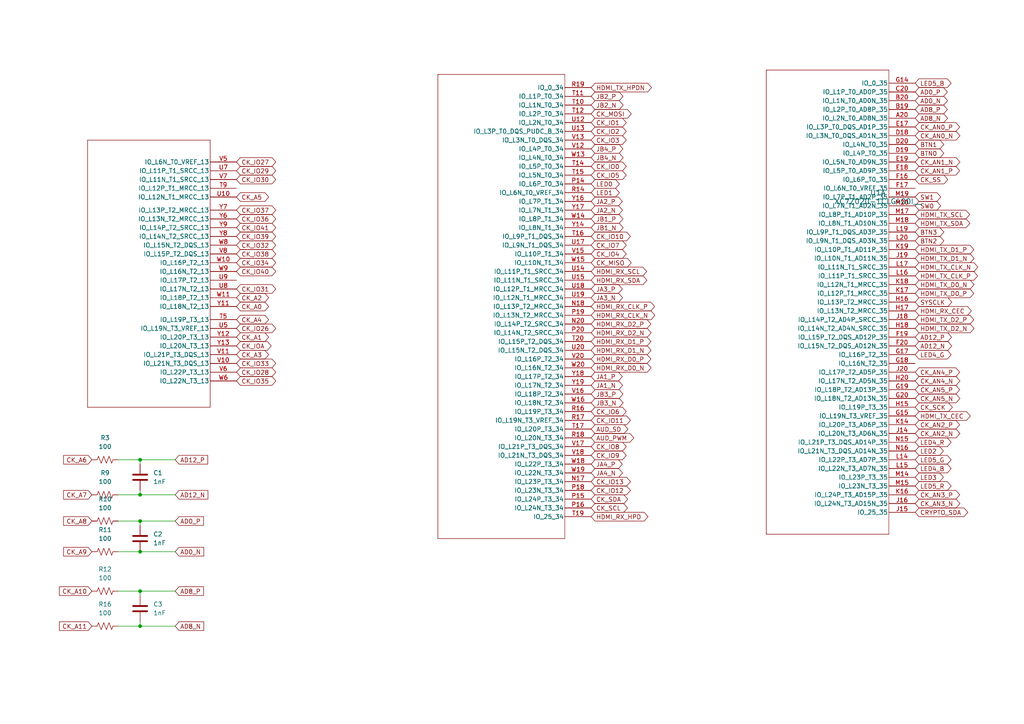
<source format=kicad_sch>
(kicad_sch (version 20231120) (generator "eeschema") (generator_version "8.0")
  (paper "A4")
  (junction (at 40.64 160.02))
  (junction (at 40.64 143.51))
  (junction (at 40.64 133.35))
  (junction (at 40.64 181.61))
  (junction (at 40.64 151.13))
  (junction (at 40.64 171.45))
  (wire (pts (xy 40.64 160.02) (xy 50.8 160.02)))
  (wire (pts (xy 40.64 181.61) (xy 40.64 180.34)))
  (wire (pts (xy 34.29 160.02) (xy 40.64 160.02)))
  (wire (pts (xy 40.64 133.35) (xy 50.8 133.35)))
  (wire (pts (xy 40.64 143.51) (xy 50.8 143.51)))
  (wire (pts (xy 40.64 133.35) (xy 40.64 134.62)))
  (wire (pts (xy 40.64 171.45) (xy 50.8 171.45)))
  (wire (pts (xy 34.29 151.13) (xy 40.64 151.13)))
  (wire (pts (xy 34.29 133.35) (xy 40.64 133.35)))
  (wire (pts (xy 40.64 171.45) (xy 40.64 172.72)))
  (wire (pts (xy 40.64 181.61) (xy 50.8 181.61)))
  (wire (pts (xy 34.29 181.61) (xy 40.64 181.61)))
  (wire (pts (xy 34.29 171.45) (xy 40.64 171.45)))
  (wire (pts (xy 40.64 143.51) (xy 40.64 142.24)))
  (wire (pts (xy 40.64 151.13) (xy 40.64 152.4)))
  (wire (pts (xy 40.64 151.13) (xy 50.8 151.13)))
  (wire (pts (xy 34.29 143.51) (xy 40.64 143.51)))
  (global_label "LED5_B" (shape bidirectional) (at 265.43 24.13 0) (property "Intersheetrefs" "${INTERSHEET_REFS}" (effects (hide yes))))
  (global_label "SW1" (shape bidirectional) (at 265.43 57.15 0) (property "Intersheetrefs" "${INTERSHEET_REFS}" (effects (hide yes))))
  (global_label "CK_SDA" (shape bidirectional) (at 171.45 144.78 0) (property "Intersheetrefs" "${INTERSHEET_REFS}" (effects (hide yes))))
  (global_label "CK_IO10" (shape bidirectional) (at 171.45 68.58 0) (property "Intersheetrefs" "${INTERSHEET_REFS}" (effects (hide yes))))
  (global_label "AD0_P" (shape bidirectional) (at 265.43 26.67 0) (property "Intersheetrefs" "${INTERSHEET_REFS}" (effects (hide yes))))
  (global_label "HDMI_TX_CEC" (shape bidirectional) (at 265.43 120.65 0) (property "Intersheetrefs" "${INTERSHEET_REFS}" (effects (hide yes))))
  (global_label "AD8_N" (shape input) (at 50.8 181.61 0) (property "Intersheetrefs" "${INTERSHEET_REFS}" (effects (hide yes))))
  (global_label "CK_IO36" (shape bidirectional) (at 68.58 63.5 0) (property "Intersheetrefs" "${INTERSHEET_REFS}" (effects (hide yes))))
  (global_label "CK_A3" (shape bidirectional) (at 68.58 102.87 0) (property "Intersheetrefs" "${INTERSHEET_REFS}" (effects (hide yes))))
  (global_label "CK_IO0" (shape bidirectional) (at 171.45 48.26 0) (property "Intersheetrefs" "${INTERSHEET_REFS}" (effects (hide yes))))
  (global_label "HDMI_TX_D0_N" (shape bidirectional) (at 265.43 82.55 0) (property "Intersheetrefs" "${INTERSHEET_REFS}" (effects (hide yes))))
  (global_label "CK_A11" (shape input) (at 26.67 181.61 180) (property "Intersheetrefs" "${INTERSHEET_REFS}" (effects (hide yes))))
  (global_label "CK_IO37" (shape bidirectional) (at 68.58 60.96 0) (property "Intersheetrefs" "${INTERSHEET_REFS}" (effects (hide yes))))
  (global_label "HDMI_RX_D1_N" (shape bidirectional) (at 171.45 101.6 0) (property "Intersheetrefs" "${INTERSHEET_REFS}" (effects (hide yes))))
  (global_label "CK_IOA" (shape bidirectional) (at 68.58 100.33 0) (property "Intersheetrefs" "${INTERSHEET_REFS}" (effects (hide yes))))
  (global_label "HDMI_RX_SDA" (shape bidirectional) (at 171.45 81.28 0) (property "Intersheetrefs" "${INTERSHEET_REFS}" (effects (hide yes))))
  (global_label "CK_AN3_N" (shape bidirectional) (at 265.43 146.05 0) (property "Intersheetrefs" "${INTERSHEET_REFS}" (effects (hide yes))))
  (global_label "AUD_SD" (shape bidirectional) (at 171.45 124.46 0) (property "Intersheetrefs" "${INTERSHEET_REFS}" (effects (hide yes))))
  (global_label "LED1" (shape bidirectional) (at 171.45 55.88 0) (property "Intersheetrefs" "${INTERSHEET_REFS}" (effects (hide yes))))
  (global_label "BTN3" (shape bidirectional) (at 265.43 67.31 0) (property "Intersheetrefs" "${INTERSHEET_REFS}" (effects (hide yes))))
  (global_label "HDMI_RX_D0_P" (shape bidirectional) (at 171.45 104.14 0) (property "Intersheetrefs" "${INTERSHEET_REFS}" (effects (hide yes))))
  (global_label "LED0" (shape bidirectional) (at 171.45 53.34 0) (property "Intersheetrefs" "${INTERSHEET_REFS}" (effects (hide yes))))
  (global_label "LED4_B" (shape bidirectional) (at 265.43 135.89 0) (property "Intersheetrefs" "${INTERSHEET_REFS}" (effects (hide yes))))
  (global_label "CK_IO41" (shape bidirectional) (at 68.58 66.04 0) (property "Intersheetrefs" "${INTERSHEET_REFS}" (effects (hide yes))))
  (global_label "HDMI_RX_D2_N" (shape bidirectional) (at 171.45 96.52 0) (property "Intersheetrefs" "${INTERSHEET_REFS}" (effects (hide yes))))
  (global_label "CK_A4" (shape bidirectional) (at 68.58 92.71 0) (property "Intersheetrefs" "${INTERSHEET_REFS}" (effects (hide yes))))
  (global_label "CK_IO32" (shape bidirectional) (at 68.58 71.12 0) (property "Intersheetrefs" "${INTERSHEET_REFS}" (effects (hide yes))))
  (global_label "JB3_P" (shape bidirectional) (at 171.45 114.3 0) (property "Intersheetrefs" "${INTERSHEET_REFS}" (effects (hide yes))))
  (global_label "JA4_P" (shape bidirectional) (at 171.45 134.62 0) (property "Intersheetrefs" "${INTERSHEET_REFS}" (effects (hide yes))))
  (global_label "CK_AN4_N" (shape bidirectional) (at 265.43 110.49 0) (property "Intersheetrefs" "${INTERSHEET_REFS}" (effects (hide yes))))
  (global_label "HDMI_TX_HPDN" (shape bidirectional) (at 171.45 25.4 0) (property "Intersheetrefs" "${INTERSHEET_REFS}" (effects (hide yes))))
  (global_label "LED5_G" (shape bidirectional) (at 265.43 133.35 0) (property "Intersheetrefs" "${INTERSHEET_REFS}" (effects (hide yes))))
  (global_label "LED4_G" (shape bidirectional) (at 265.43 102.87 0) (property "Intersheetrefs" "${INTERSHEET_REFS}" (effects (hide yes))))
  (global_label "CK_AN1_P" (shape bidirectional) (at 265.43 49.53 0) (property "Intersheetrefs" "${INTERSHEET_REFS}" (effects (hide yes))))
  (global_label "CK_AN1_N" (shape bidirectional) (at 265.43 46.99 0) (property "Intersheetrefs" "${INTERSHEET_REFS}" (effects (hide yes))))
  (global_label "HDMI_TX_D1_P" (shape bidirectional) (at 265.43 72.39 0) (property "Intersheetrefs" "${INTERSHEET_REFS}" (effects (hide yes))))
  (global_label "AD0_P" (shape input) (at 50.8 151.13 0) (property "Intersheetrefs" "${INTERSHEET_REFS}" (effects (hide yes))))
  (global_label "CK_IO29" (shape bidirectional) (at 68.58 49.53 0) (property "Intersheetrefs" "${INTERSHEET_REFS}" (effects (hide yes))))
  (global_label "LED4_R" (shape bidirectional) (at 265.43 128.27 0) (property "Intersheetrefs" "${INTERSHEET_REFS}" (effects (hide yes))))
  (global_label "CK_IO30" (shape bidirectional) (at 68.58 52.07 0) (property "Intersheetrefs" "${INTERSHEET_REFS}" (effects (hide yes))))
  (global_label "HDMI_TX_D2_N" (shape bidirectional) (at 265.43 95.25 0) (property "Intersheetrefs" "${INTERSHEET_REFS}" (effects (hide yes))))
  (global_label "CK_AN2_P" (shape bidirectional) (at 265.43 123.19 0) (property "Intersheetrefs" "${INTERSHEET_REFS}" (effects (hide yes))))
  (global_label "CK_IO26" (shape bidirectional) (at 68.58 95.25 0) (property "Intersheetrefs" "${INTERSHEET_REFS}" (effects (hide yes))))
  (global_label "AD0_N" (shape bidirectional) (at 265.43 29.21 0) (property "Intersheetrefs" "${INTERSHEET_REFS}" (effects (hide yes))))
  (global_label "CK_IO39" (shape bidirectional) (at 68.58 68.58 0) (property "Intersheetrefs" "${INTERSHEET_REFS}" (effects (hide yes))))
  (global_label "CK_IO5" (shape bidirectional) (at 171.45 50.8 0) (property "Intersheetrefs" "${INTERSHEET_REFS}" (effects (hide yes))))
  (global_label "JA2_P" (shape bidirectional) (at 171.45 58.42 0) (property "Intersheetrefs" "${INTERSHEET_REFS}" (effects (hide yes))))
  (global_label "CK_A7" (shape input) (at 26.67 143.51 180) (property "Intersheetrefs" "${INTERSHEET_REFS}" (effects (hide yes))))
  (global_label "CK_IO3" (shape bidirectional) (at 171.45 40.64 0) (property "Intersheetrefs" "${INTERSHEET_REFS}" (effects (hide yes))))
  (global_label "BTN1" (shape bidirectional) (at 265.43 41.91 0) (property "Intersheetrefs" "${INTERSHEET_REFS}" (effects (hide yes))))
  (global_label "CK_MISO" (shape bidirectional) (at 171.45 76.2 0) (property "Intersheetrefs" "${INTERSHEET_REFS}" (effects (hide yes))))
  (global_label "CK_IO11" (shape bidirectional) (at 171.45 121.92 0) (property "Intersheetrefs" "${INTERSHEET_REFS}" (effects (hide yes))))
  (global_label "AD12_P" (shape bidirectional) (at 265.43 97.79 0) (property "Intersheetrefs" "${INTERSHEET_REFS}" (effects (hide yes))))
  (global_label "JB1_N" (shape bidirectional) (at 171.45 66.04 0) (property "Intersheetrefs" "${INTERSHEET_REFS}" (effects (hide yes))))
  (global_label "CK_A9" (shape input) (at 26.67 160.02 180) (property "Intersheetrefs" "${INTERSHEET_REFS}" (effects (hide yes))))
  (global_label "CK_MOSI" (shape bidirectional) (at 171.45 33.02 0) (property "Intersheetrefs" "${INTERSHEET_REFS}" (effects (hide yes))))
  (global_label "AD12_N" (shape bidirectional) (at 265.43 100.33 0) (property "Intersheetrefs" "${INTERSHEET_REFS}" (effects (hide yes))))
  (global_label "CK_IO1" (shape bidirectional) (at 171.45 35.56 0) (property "Intersheetrefs" "${INTERSHEET_REFS}" (effects (hide yes))))
  (global_label "AD0_N" (shape input) (at 50.8 160.02 0) (property "Intersheetrefs" "${INTERSHEET_REFS}" (effects (hide yes))))
  (global_label "CK_A8" (shape input) (at 26.67 151.13 180) (property "Intersheetrefs" "${INTERSHEET_REFS}" (effects (hide yes))))
  (global_label "AD8_N" (shape bidirectional) (at 265.43 34.29 0) (property "Intersheetrefs" "${INTERSHEET_REFS}" (effects (hide yes))))
  (global_label "AD8_P" (shape bidirectional) (at 265.43 31.75 0) (property "Intersheetrefs" "${INTERSHEET_REFS}" (effects (hide yes))))
  (global_label "CK_IO34" (shape bidirectional) (at 68.58 76.2 0) (property "Intersheetrefs" "${INTERSHEET_REFS}" (effects (hide yes))))
  (global_label "HDMI_RX_CLK_P" (shape bidirectional) (at 171.45 88.9 0) (property "Intersheetrefs" "${INTERSHEET_REFS}" (effects (hide yes))))
  (global_label "AD12_P" (shape input) (at 50.8 133.35 0) (property "Intersheetrefs" "${INTERSHEET_REFS}" (effects (hide yes))))
  (global_label "JB2_N" (shape bidirectional) (at 171.45 30.48 0) (property "Intersheetrefs" "${INTERSHEET_REFS}" (effects (hide yes))))
  (global_label "HDMI_RX_HPD" (shape bidirectional) (at 171.45 149.86 0) (property "Intersheetrefs" "${INTERSHEET_REFS}" (effects (hide yes))))
  (global_label "CK_AN5_P" (shape bidirectional) (at 265.43 113.03 0) (property "Intersheetrefs" "${INTERSHEET_REFS}" (effects (hide yes))))
  (global_label "JA3_N" (shape bidirectional) (at 171.45 86.36 0) (property "Intersheetrefs" "${INTERSHEET_REFS}" (effects (hide yes))))
  (global_label "CK_IO7" (shape bidirectional) (at 171.45 71.12 0) (property "Intersheetrefs" "${INTERSHEET_REFS}" (effects (hide yes))))
  (global_label "HDMI_RX_D0_N" (shape bidirectional) (at 171.45 106.68 0) (property "Intersheetrefs" "${INTERSHEET_REFS}" (effects (hide yes))))
  (global_label "BTN0" (shape bidirectional) (at 265.43 44.45 0) (property "Intersheetrefs" "${INTERSHEET_REFS}" (effects (hide yes))))
  (global_label "CK_A5" (shape bidirectional) (at 68.58 57.15 0) (property "Intersheetrefs" "${INTERSHEET_REFS}" (effects (hide yes))))
  (global_label "HDMI_RX_D1_P" (shape bidirectional) (at 171.45 99.06 0) (property "Intersheetrefs" "${INTERSHEET_REFS}" (effects (hide yes))))
  (global_label "CK_IO12" (shape bidirectional) (at 171.45 142.24 0) (property "Intersheetrefs" "${INTERSHEET_REFS}" (effects (hide yes))))
  (global_label "CK_IO40" (shape bidirectional) (at 68.58 78.74 0) (property "Intersheetrefs" "${INTERSHEET_REFS}" (effects (hide yes))))
  (global_label "JA1_N" (shape bidirectional) (at 171.45 111.76 0) (property "Intersheetrefs" "${INTERSHEET_REFS}" (effects (hide yes))))
  (global_label "CK_A6" (shape input) (at 26.67 133.35 180) (property "Intersheetrefs" "${INTERSHEET_REFS}" (effects (hide yes))))
  (global_label "AD8_P" (shape input) (at 50.8 171.45 0) (property "Intersheetrefs" "${INTERSHEET_REFS}" (effects (hide yes))))
  (global_label "CK_IO13" (shape bidirectional) (at 171.45 139.7 0) (property "Intersheetrefs" "${INTERSHEET_REFS}" (effects (hide yes))))
  (global_label "CK_IO8" (shape bidirectional) (at 171.45 129.54 0) (property "Intersheetrefs" "${INTERSHEET_REFS}" (effects (hide yes))))
  (global_label "CK_IO4" (shape bidirectional) (at 171.45 73.66 0) (property "Intersheetrefs" "${INTERSHEET_REFS}" (effects (hide yes))))
  (global_label "JB1_P" (shape bidirectional) (at 171.45 63.5 0) (property "Intersheetrefs" "${INTERSHEET_REFS}" (effects (hide yes))))
  (global_label "CRYPTO_SDA" (shape bidirectional) (at 265.43 148.59 0) (property "Intersheetrefs" "${INTERSHEET_REFS}" (effects (hide yes))))
  (global_label "CK_IO28" (shape bidirectional) (at 68.58 107.95 0) (property "Intersheetrefs" "${INTERSHEET_REFS}" (effects (hide yes))))
  (global_label "CK_SCL" (shape bidirectional) (at 171.45 147.32 0) (property "Intersheetrefs" "${INTERSHEET_REFS}" (effects (hide yes))))
  (global_label "CK_AN0_P" (shape bidirectional) (at 265.43 36.83 0) (property "Intersheetrefs" "${INTERSHEET_REFS}" (effects (hide yes))))
  (global_label "LED3" (shape bidirectional) (at 265.43 138.43 0) (property "Intersheetrefs" "${INTERSHEET_REFS}" (effects (hide yes))))
  (global_label "JA2_N" (shape bidirectional) (at 171.45 60.96 0) (property "Intersheetrefs" "${INTERSHEET_REFS}" (effects (hide yes))))
  (global_label "BTN2" (shape bidirectional) (at 265.43 69.85 0) (property "Intersheetrefs" "${INTERSHEET_REFS}" (effects (hide yes))))
  (global_label "CK_IO38" (shape bidirectional) (at 68.58 73.66 0) (property "Intersheetrefs" "${INTERSHEET_REFS}" (effects (hide yes))))
  (global_label "HDMI_RX_CLK_N" (shape bidirectional) (at 171.45 91.44 0) (property "Intersheetrefs" "${INTERSHEET_REFS}" (effects (hide yes))))
  (global_label "HDMI_TX_SDA" (shape bidirectional) (at 265.43 64.77 0) (property "Intersheetrefs" "${INTERSHEET_REFS}" (effects (hide yes))))
  (global_label "CK_IO33" (shape bidirectional) (at 68.58 105.41 0) (property "Intersheetrefs" "${INTERSHEET_REFS}" (effects (hide yes))))
  (global_label "CK_IO31" (shape bidirectional) (at 68.58 83.82 0) (property "Intersheetrefs" "${INTERSHEET_REFS}" (effects (hide yes))))
  (global_label "CK_SCK" (shape bidirectional) (at 265.43 118.11 0) (property "Intersheetrefs" "${INTERSHEET_REFS}" (effects (hide yes))))
  (global_label "HDMI_TX_D2_P" (shape bidirectional) (at 265.43 92.71 0) (property "Intersheetrefs" "${INTERSHEET_REFS}" (effects (hide yes))))
  (global_label "JB4_N" (shape bidirectional) (at 171.45 45.72 0) (property "Intersheetrefs" "${INTERSHEET_REFS}" (effects (hide yes))))
  (global_label "CK_IO6" (shape bidirectional) (at 171.45 119.38 0) (property "Intersheetrefs" "${INTERSHEET_REFS}" (effects (hide yes))))
  (global_label "HDMI_RX_CEC" (shape bidirectional) (at 265.43 90.17 0) (property "Intersheetrefs" "${INTERSHEET_REFS}" (effects (hide yes))))
  (global_label "CK_IO2" (shape bidirectional) (at 171.45 38.1 0) (property "Intersheetrefs" "${INTERSHEET_REFS}" (effects (hide yes))))
  (global_label "HDMI_RX_D2_P" (shape bidirectional) (at 171.45 93.98 0) (property "Intersheetrefs" "${INTERSHEET_REFS}" (effects (hide yes))))
  (global_label "JA1_P" (shape bidirectional) (at 171.45 109.22 0) (property "Intersheetrefs" "${INTERSHEET_REFS}" (effects (hide yes))))
  (global_label "HDMI_TX_CLK_N" (shape bidirectional) (at 265.43 77.47 0) (property "Intersheetrefs" "${INTERSHEET_REFS}" (effects (hide yes))))
  (global_label "CK_SS" (shape bidirectional) (at 265.43 52.07 0) (property "Intersheetrefs" "${INTERSHEET_REFS}" (effects (hide yes))))
  (global_label "HDMI_TX_SCL" (shape bidirectional) (at 265.43 62.23 0) (property "Intersheetrefs" "${INTERSHEET_REFS}" (effects (hide yes))))
  (global_label "HDMI_TX_D1_N" (shape bidirectional) (at 265.43 74.93 0) (property "Intersheetrefs" "${INTERSHEET_REFS}" (effects (hide yes))))
  (global_label "CK_A1" (shape bidirectional) (at 68.58 97.79 0) (property "Intersheetrefs" "${INTERSHEET_REFS}" (effects (hide yes))))
  (global_label "HDMI_TX_CLK_P" (shape bidirectional) (at 265.43 80.01 0) (property "Intersheetrefs" "${INTERSHEET_REFS}" (effects (hide yes))))
  (global_label "HDMI_TX_D0_P" (shape bidirectional) (at 265.43 85.09 0) (property "Intersheetrefs" "${INTERSHEET_REFS}" (effects (hide yes))))
  (global_label "CK_IO9" (shape bidirectional) (at 171.45 132.08 0) (property "Intersheetrefs" "${INTERSHEET_REFS}" (effects (hide yes))))
  (global_label "SYSCLK" (shape bidirectional) (at 265.43 87.63 0) (property "Intersheetrefs" "${INTERSHEET_REFS}" (effects (hide yes))))
  (global_label "JB2_P" (shape bidirectional) (at 171.45 27.94 0) (property "Intersheetrefs" "${INTERSHEET_REFS}" (effects (hide yes))))
  (global_label "CK_IO27" (shape bidirectional) (at 68.58 46.99 0) (property "Intersheetrefs" "${INTERSHEET_REFS}" (effects (hide yes))))
  (global_label "CK_AN4_P" (shape bidirectional) (at 265.43 107.95 0) (property "Intersheetrefs" "${INTERSHEET_REFS}" (effects (hide yes))))
  (global_label "SW0" (shape bidirectional) (at 265.43 59.69 0) (property "Intersheetrefs" "${INTERSHEET_REFS}" (effects (hide yes))))
  (global_label "JA3_P" (shape bidirectional) (at 171.45 83.82 0) (property "Intersheetrefs" "${INTERSHEET_REFS}" (effects (hide yes))))
  (global_label "CK_AN0_N" (shape bidirectional) (at 265.43 39.37 0) (property "Intersheetrefs" "${INTERSHEET_REFS}" (effects (hide yes))))
  (global_label "CK_AN3_P" (shape bidirectional) (at 265.43 143.51 0) (property "Intersheetrefs" "${INTERSHEET_REFS}" (effects (hide yes))))
  (global_label "CK_IO35" (shape bidirectional) (at 68.58 110.49 0) (property "Intersheetrefs" "${INTERSHEET_REFS}" (effects (hide yes))))
  (global_label "AD12_N" (shape input) (at 50.8 143.51 0) (property "Intersheetrefs" "${INTERSHEET_REFS}" (effects (hide yes))))
  (global_label "LED2" (shape bidirectional) (at 265.43 130.81 0) (property "Intersheetrefs" "${INTERSHEET_REFS}" (effects (hide yes))))
  (global_label "JB4_P" (shape bidirectional) (at 171.45 43.18 0) (property "Intersheetrefs" "${INTERSHEET_REFS}" (effects (hide yes))))
  (global_label "CK_A2" (shape bidirectional) (at 68.58 86.36 0) (property "Intersheetrefs" "${INTERSHEET_REFS}" (effects (hide yes))))
  (global_label "LED5_R" (shape bidirectional) (at 265.43 140.97 0) (property "Intersheetrefs" "${INTERSHEET_REFS}" (effects (hide yes))))
  (global_label "JA4_N" (shape bidirectional) (at 171.45 137.16 0) (property "Intersheetrefs" "${INTERSHEET_REFS}" (effects (hide yes))))
  (global_label "CK_AN2_N" (shape bidirectional) (at 265.43 125.73 0) (property "Intersheetrefs" "${INTERSHEET_REFS}" (effects (hide yes))))
  (global_label "CK_A0" (shape bidirectional) (at 68.58 88.9 0) (property "Intersheetrefs" "${INTERSHEET_REFS}" (effects (hide yes))))
  (global_label "HDMI_RX_SCL" (shape bidirectional) (at 171.45 78.74 0) (property "Intersheetrefs" "${INTERSHEET_REFS}" (effects (hide yes))))
  (global_label "CK_A10" (shape input) (at 26.67 171.45 180) (property "Intersheetrefs" "${INTERSHEET_REFS}" (effects (hide yes))))
  (global_label "AUD_PWM" (shape bidirectional) (at 171.45 127 0) (property "Intersheetrefs" "${INTERSHEET_REFS}" (effects (hide yes))))
  (global_label "CK_AN5_N" (shape bidirectional) (at 265.43 115.57 0) (property "Intersheetrefs" "${INTERSHEET_REFS}" (effects (hide yes))))
  (global_label "JB3_N" (shape bidirectional) (at 171.45 116.84 0) (property "Intersheetrefs" "${INTERSHEET_REFS}" (effects (hide yes))))
  (symbol (lib_id "Device:R_US") (at 30.48 171.45 90) (unit 1)
    (property "Reference" "R12" (at 30.48 165.1 90))
    (property "Value" "100" (at 30.48 167.64 90))
    (property "Footprint" "footprints:R_0402" (effects (hide yes)))
    (property "Description" "Resistor, US symbol" (effects (hide yes)))
  )
  (symbol (lib_id "Device:C") (at 40.64 176.53 0) (unit 1)
    (property "Reference" "C3" (at 44.45 175.2599 0) (effects (justify left)))
    (property "Value" "1nF" (at 44.45 177.7999 0) (effects (justify left)))
    (property "Footprint" "footprints:C_0402" (effects (hide yes)))
    (property "Description" "Unpolarized capacitor" (effects (hide yes)))
  )
  (symbol (lib_id "Device:R_US") (at 30.48 151.13 90) (unit 1)
    (property "Reference" "R10" (at 30.48 144.78 90))
    (property "Value" "100" (at 30.48 147.32 90))
    (property "Footprint" "footprints:R_0402" (effects (hide yes)))
    (property "Description" "Resistor, US symbol" (effects (hide yes)))
  )
  (symbol (lib_id "Device:R_US") (at 30.48 181.61 90) (unit 1)
    (property "Reference" "R16" (at 30.48 175.26 90))
    (property "Value" "100" (at 30.48 177.8 90))
    (property "Footprint" "footprints:R_0402" (effects (hide yes)))
    (property "Description" "Resistor, US symbol" (effects (hide yes)))
  )
  (symbol (lib_id "Device:R_US") (at 30.48 133.35 90) (unit 1)
    (property "Reference" "R3" (at 30.48 127 90))
    (property "Value" "100" (at 30.48 129.54 90))
    (property "Footprint" "footprints:R_0402" (effects (hide yes)))
    (property "Description" "Resistor, US symbol" (effects (hide yes)))
  )
  (symbol (lib_id "Device:R_US") (at 30.48 160.02 90) (unit 1)
    (property "Reference" "R11" (at 30.48 153.67 90))
    (property "Value" "100" (at 30.48 156.21 90))
    (property "Footprint" "footprints:R_0402" (effects (hide yes)))
    (property "Description" "Resistor, US symbol" (effects (hide yes)))
  )
  (symbol (lib_id "Device:C") (at 40.64 138.43 0) (unit 1)
    (property "Reference" "C1" (at 44.45 137.1599 0) (effects (justify left)))
    (property "Value" "1nF" (at 44.45 139.6999 0) (effects (justify left)))
    (property "Footprint" "footprints:C_0402" (effects (hide yes)))
    (property "Description" "Unpolarized capacitor" (effects (hide yes)))
  )
  (symbol (lib_id "xc7z020-1clg400i_complete:XC7Z020-1CLG400I__") (at 207.01 72.39 0) (unit 1)
    (property "Reference" "U1" (at 254.635 55.88 0) (effects (font (size 1.524 1.524))))
    (property "Value" "XC7Z020-1CLG400I__" (at 254.635 58.42 0) (effects (font (size 1.524 1.524))))
    (property "Footprint" "footprints:CLG400_ZYNQ-7000_AMD" (effects (hide yes)))
    (property "Datasheet" "XC7Z020-1CLG400I" (effects (hide yes)))
  )
  (symbol (lib_id "Device:C") (at 40.64 156.21 0) (unit 1)
    (property "Reference" "C2" (at 44.45 154.9399 0) (effects (justify left)))
    (property "Value" "1nF" (at 44.45 157.4799 0) (effects (justify left)))
    (property "Footprint" "footprints:C_0402" (effects (hide yes)))
    (property "Description" "Unpolarized capacitor" (effects (hide yes)))
  )
  (symbol (lib_id "Device:R_US") (at 30.48 143.51 90) (unit 1)
    (property "Reference" "R9" (at 30.48 137.16 90))
    (property "Value" "100" (at 30.48 139.7 90))
    (property "Footprint" "footprints:R_0402" (effects (hide yes)))
    (property "Description" "Resistor, US symbol" (effects (hide yes)))
  )
)
</source>
